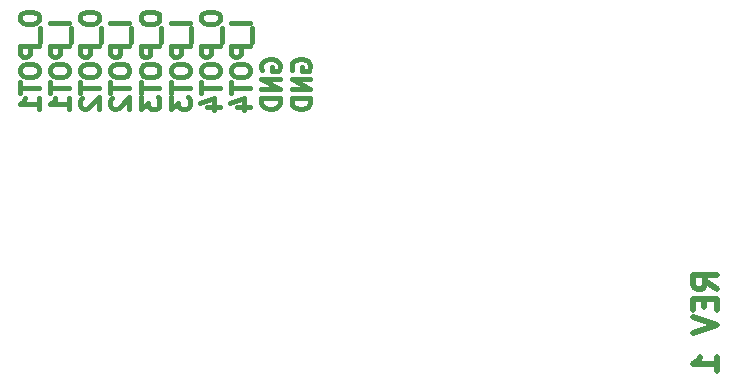
<source format=gbo>
%TF.GenerationSoftware,KiCad,Pcbnew,(6.0.1)*%
%TF.CreationDate,2022-10-05T12:18:40-04:00*%
%TF.ProjectId,MOD-VOL-POTS,4d4f442d-564f-44c2-9d50-4f54532e6b69,rev?*%
%TF.SameCoordinates,Original*%
%TF.FileFunction,Legend,Bot*%
%TF.FilePolarity,Positive*%
%FSLAX46Y46*%
G04 Gerber Fmt 4.6, Leading zero omitted, Abs format (unit mm)*
G04 Created by KiCad (PCBNEW (6.0.1)) date 2022-10-05 12:18:40*
%MOMM*%
%LPD*%
G01*
G04 APERTURE LIST*
%ADD10C,0.500000*%
%ADD11C,0.396875*%
G04 APERTURE END LIST*
D10*
X186705761Y-64325857D02*
X185753380Y-63659190D01*
X186705761Y-63183000D02*
X184705761Y-63183000D01*
X184705761Y-63944904D01*
X184801000Y-64135380D01*
X184896238Y-64230619D01*
X185086714Y-64325857D01*
X185372428Y-64325857D01*
X185562904Y-64230619D01*
X185658142Y-64135380D01*
X185753380Y-63944904D01*
X185753380Y-63183000D01*
X185658142Y-65183000D02*
X185658142Y-65849666D01*
X186705761Y-66135380D02*
X186705761Y-65183000D01*
X184705761Y-65183000D01*
X184705761Y-66135380D01*
X184705761Y-66706809D02*
X186705761Y-67373476D01*
X184705761Y-68040142D01*
X186705761Y-71278238D02*
X186705761Y-70135380D01*
X186705761Y-70706809D02*
X184705761Y-70706809D01*
X184991476Y-70516333D01*
X185181952Y-70325857D01*
X185277190Y-70135380D01*
D11*
X127710217Y-41234745D02*
X127710217Y-41537126D01*
X127785813Y-41688316D01*
X127937003Y-41839507D01*
X128239384Y-41915102D01*
X128768551Y-41915102D01*
X129070932Y-41839507D01*
X129222122Y-41688316D01*
X129297717Y-41537126D01*
X129297717Y-41234745D01*
X129222122Y-41083555D01*
X129070932Y-40932364D01*
X128768551Y-40856769D01*
X128239384Y-40856769D01*
X127937003Y-40932364D01*
X127785813Y-41083555D01*
X127710217Y-41234745D01*
X129448908Y-42217483D02*
X129448908Y-43427007D01*
X129297717Y-43804983D02*
X127710217Y-43804983D01*
X127710217Y-44409745D01*
X127785813Y-44560936D01*
X127861408Y-44636531D01*
X128012598Y-44712126D01*
X128239384Y-44712126D01*
X128390574Y-44636531D01*
X128466170Y-44560936D01*
X128541765Y-44409745D01*
X128541765Y-43804983D01*
X127710217Y-45694864D02*
X127710217Y-45997245D01*
X127785813Y-46148436D01*
X127937003Y-46299626D01*
X128239384Y-46375221D01*
X128768551Y-46375221D01*
X129070932Y-46299626D01*
X129222122Y-46148436D01*
X129297717Y-45997245D01*
X129297717Y-45694864D01*
X129222122Y-45543674D01*
X129070932Y-45392483D01*
X128768551Y-45316888D01*
X128239384Y-45316888D01*
X127937003Y-45392483D01*
X127785813Y-45543674D01*
X127710217Y-45694864D01*
X127710217Y-46828793D02*
X127710217Y-47735936D01*
X129297717Y-47282364D02*
X127710217Y-47282364D01*
X129297717Y-49096650D02*
X129297717Y-48189507D01*
X129297717Y-48643078D02*
X127710217Y-48643078D01*
X127937003Y-48491888D01*
X128088193Y-48340697D01*
X128163789Y-48189507D01*
X131853592Y-41839507D02*
X130266092Y-41839507D01*
X132004783Y-42217483D02*
X132004783Y-43427007D01*
X131853592Y-43804983D02*
X130266092Y-43804983D01*
X130266092Y-44409745D01*
X130341688Y-44560936D01*
X130417283Y-44636531D01*
X130568473Y-44712126D01*
X130795259Y-44712126D01*
X130946449Y-44636531D01*
X131022045Y-44560936D01*
X131097640Y-44409745D01*
X131097640Y-43804983D01*
X130266092Y-45694864D02*
X130266092Y-45997245D01*
X130341688Y-46148436D01*
X130492878Y-46299626D01*
X130795259Y-46375221D01*
X131324426Y-46375221D01*
X131626807Y-46299626D01*
X131777997Y-46148436D01*
X131853592Y-45997245D01*
X131853592Y-45694864D01*
X131777997Y-45543674D01*
X131626807Y-45392483D01*
X131324426Y-45316888D01*
X130795259Y-45316888D01*
X130492878Y-45392483D01*
X130341688Y-45543674D01*
X130266092Y-45694864D01*
X130266092Y-46828793D02*
X130266092Y-47735936D01*
X131853592Y-47282364D02*
X130266092Y-47282364D01*
X131853592Y-49096650D02*
X131853592Y-48189507D01*
X131853592Y-48643078D02*
X130266092Y-48643078D01*
X130492878Y-48491888D01*
X130644068Y-48340697D01*
X130719664Y-48189507D01*
X132821967Y-41234745D02*
X132821967Y-41537126D01*
X132897563Y-41688316D01*
X133048753Y-41839507D01*
X133351134Y-41915102D01*
X133880301Y-41915102D01*
X134182682Y-41839507D01*
X134333872Y-41688316D01*
X134409467Y-41537126D01*
X134409467Y-41234745D01*
X134333872Y-41083555D01*
X134182682Y-40932364D01*
X133880301Y-40856769D01*
X133351134Y-40856769D01*
X133048753Y-40932364D01*
X132897563Y-41083555D01*
X132821967Y-41234745D01*
X134560658Y-42217483D02*
X134560658Y-43427007D01*
X134409467Y-43804983D02*
X132821967Y-43804983D01*
X132821967Y-44409745D01*
X132897563Y-44560936D01*
X132973158Y-44636531D01*
X133124348Y-44712126D01*
X133351134Y-44712126D01*
X133502324Y-44636531D01*
X133577920Y-44560936D01*
X133653515Y-44409745D01*
X133653515Y-43804983D01*
X132821967Y-45694864D02*
X132821967Y-45997245D01*
X132897563Y-46148436D01*
X133048753Y-46299626D01*
X133351134Y-46375221D01*
X133880301Y-46375221D01*
X134182682Y-46299626D01*
X134333872Y-46148436D01*
X134409467Y-45997245D01*
X134409467Y-45694864D01*
X134333872Y-45543674D01*
X134182682Y-45392483D01*
X133880301Y-45316888D01*
X133351134Y-45316888D01*
X133048753Y-45392483D01*
X132897563Y-45543674D01*
X132821967Y-45694864D01*
X132821967Y-46828793D02*
X132821967Y-47735936D01*
X134409467Y-47282364D02*
X132821967Y-47282364D01*
X132973158Y-48189507D02*
X132897563Y-48265102D01*
X132821967Y-48416293D01*
X132821967Y-48794269D01*
X132897563Y-48945459D01*
X132973158Y-49021055D01*
X133124348Y-49096650D01*
X133275539Y-49096650D01*
X133502324Y-49021055D01*
X134409467Y-48113912D01*
X134409467Y-49096650D01*
X136965342Y-41839507D02*
X135377842Y-41839507D01*
X137116533Y-42217483D02*
X137116533Y-43427007D01*
X136965342Y-43804983D02*
X135377842Y-43804983D01*
X135377842Y-44409745D01*
X135453438Y-44560936D01*
X135529033Y-44636531D01*
X135680223Y-44712126D01*
X135907009Y-44712126D01*
X136058199Y-44636531D01*
X136133795Y-44560936D01*
X136209390Y-44409745D01*
X136209390Y-43804983D01*
X135377842Y-45694864D02*
X135377842Y-45997245D01*
X135453438Y-46148436D01*
X135604628Y-46299626D01*
X135907009Y-46375221D01*
X136436176Y-46375221D01*
X136738557Y-46299626D01*
X136889747Y-46148436D01*
X136965342Y-45997245D01*
X136965342Y-45694864D01*
X136889747Y-45543674D01*
X136738557Y-45392483D01*
X136436176Y-45316888D01*
X135907009Y-45316888D01*
X135604628Y-45392483D01*
X135453438Y-45543674D01*
X135377842Y-45694864D01*
X135377842Y-46828793D02*
X135377842Y-47735936D01*
X136965342Y-47282364D02*
X135377842Y-47282364D01*
X135529033Y-48189507D02*
X135453438Y-48265102D01*
X135377842Y-48416293D01*
X135377842Y-48794269D01*
X135453438Y-48945459D01*
X135529033Y-49021055D01*
X135680223Y-49096650D01*
X135831414Y-49096650D01*
X136058199Y-49021055D01*
X136965342Y-48113912D01*
X136965342Y-49096650D01*
X137933717Y-41234745D02*
X137933717Y-41537126D01*
X138009313Y-41688316D01*
X138160503Y-41839507D01*
X138462884Y-41915102D01*
X138992051Y-41915102D01*
X139294432Y-41839507D01*
X139445622Y-41688316D01*
X139521217Y-41537126D01*
X139521217Y-41234745D01*
X139445622Y-41083555D01*
X139294432Y-40932364D01*
X138992051Y-40856769D01*
X138462884Y-40856769D01*
X138160503Y-40932364D01*
X138009313Y-41083555D01*
X137933717Y-41234745D01*
X139672408Y-42217483D02*
X139672408Y-43427007D01*
X139521217Y-43804983D02*
X137933717Y-43804983D01*
X137933717Y-44409745D01*
X138009313Y-44560936D01*
X138084908Y-44636531D01*
X138236098Y-44712126D01*
X138462884Y-44712126D01*
X138614074Y-44636531D01*
X138689670Y-44560936D01*
X138765265Y-44409745D01*
X138765265Y-43804983D01*
X137933717Y-45694864D02*
X137933717Y-45997245D01*
X138009313Y-46148436D01*
X138160503Y-46299626D01*
X138462884Y-46375221D01*
X138992051Y-46375221D01*
X139294432Y-46299626D01*
X139445622Y-46148436D01*
X139521217Y-45997245D01*
X139521217Y-45694864D01*
X139445622Y-45543674D01*
X139294432Y-45392483D01*
X138992051Y-45316888D01*
X138462884Y-45316888D01*
X138160503Y-45392483D01*
X138009313Y-45543674D01*
X137933717Y-45694864D01*
X137933717Y-46828793D02*
X137933717Y-47735936D01*
X139521217Y-47282364D02*
X137933717Y-47282364D01*
X137933717Y-48113912D02*
X137933717Y-49096650D01*
X138538479Y-48567483D01*
X138538479Y-48794269D01*
X138614074Y-48945459D01*
X138689670Y-49021055D01*
X138840860Y-49096650D01*
X139218836Y-49096650D01*
X139370027Y-49021055D01*
X139445622Y-48945459D01*
X139521217Y-48794269D01*
X139521217Y-48340697D01*
X139445622Y-48189507D01*
X139370027Y-48113912D01*
X142077092Y-41839507D02*
X140489592Y-41839507D01*
X142228283Y-42217483D02*
X142228283Y-43427007D01*
X142077092Y-43804983D02*
X140489592Y-43804983D01*
X140489592Y-44409745D01*
X140565188Y-44560936D01*
X140640783Y-44636531D01*
X140791973Y-44712126D01*
X141018759Y-44712126D01*
X141169949Y-44636531D01*
X141245545Y-44560936D01*
X141321140Y-44409745D01*
X141321140Y-43804983D01*
X140489592Y-45694864D02*
X140489592Y-45997245D01*
X140565188Y-46148436D01*
X140716378Y-46299626D01*
X141018759Y-46375221D01*
X141547926Y-46375221D01*
X141850307Y-46299626D01*
X142001497Y-46148436D01*
X142077092Y-45997245D01*
X142077092Y-45694864D01*
X142001497Y-45543674D01*
X141850307Y-45392483D01*
X141547926Y-45316888D01*
X141018759Y-45316888D01*
X140716378Y-45392483D01*
X140565188Y-45543674D01*
X140489592Y-45694864D01*
X140489592Y-46828793D02*
X140489592Y-47735936D01*
X142077092Y-47282364D02*
X140489592Y-47282364D01*
X140489592Y-48113912D02*
X140489592Y-49096650D01*
X141094354Y-48567483D01*
X141094354Y-48794269D01*
X141169949Y-48945459D01*
X141245545Y-49021055D01*
X141396735Y-49096650D01*
X141774711Y-49096650D01*
X141925902Y-49021055D01*
X142001497Y-48945459D01*
X142077092Y-48794269D01*
X142077092Y-48340697D01*
X142001497Y-48189507D01*
X141925902Y-48113912D01*
X143045467Y-41234745D02*
X143045467Y-41537126D01*
X143121063Y-41688316D01*
X143272253Y-41839507D01*
X143574634Y-41915102D01*
X144103801Y-41915102D01*
X144406182Y-41839507D01*
X144557372Y-41688316D01*
X144632967Y-41537126D01*
X144632967Y-41234745D01*
X144557372Y-41083555D01*
X144406182Y-40932364D01*
X144103801Y-40856769D01*
X143574634Y-40856769D01*
X143272253Y-40932364D01*
X143121063Y-41083555D01*
X143045467Y-41234745D01*
X144784158Y-42217483D02*
X144784158Y-43427007D01*
X144632967Y-43804983D02*
X143045467Y-43804983D01*
X143045467Y-44409745D01*
X143121063Y-44560936D01*
X143196658Y-44636531D01*
X143347848Y-44712126D01*
X143574634Y-44712126D01*
X143725824Y-44636531D01*
X143801420Y-44560936D01*
X143877015Y-44409745D01*
X143877015Y-43804983D01*
X143045467Y-45694864D02*
X143045467Y-45997245D01*
X143121063Y-46148436D01*
X143272253Y-46299626D01*
X143574634Y-46375221D01*
X144103801Y-46375221D01*
X144406182Y-46299626D01*
X144557372Y-46148436D01*
X144632967Y-45997245D01*
X144632967Y-45694864D01*
X144557372Y-45543674D01*
X144406182Y-45392483D01*
X144103801Y-45316888D01*
X143574634Y-45316888D01*
X143272253Y-45392483D01*
X143121063Y-45543674D01*
X143045467Y-45694864D01*
X143045467Y-46828793D02*
X143045467Y-47735936D01*
X144632967Y-47282364D02*
X143045467Y-47282364D01*
X143574634Y-48945459D02*
X144632967Y-48945459D01*
X142969872Y-48567483D02*
X144103801Y-48189507D01*
X144103801Y-49172245D01*
X147188842Y-41839507D02*
X145601342Y-41839507D01*
X147340033Y-42217483D02*
X147340033Y-43427007D01*
X147188842Y-43804983D02*
X145601342Y-43804983D01*
X145601342Y-44409745D01*
X145676938Y-44560936D01*
X145752533Y-44636531D01*
X145903723Y-44712126D01*
X146130509Y-44712126D01*
X146281699Y-44636531D01*
X146357295Y-44560936D01*
X146432890Y-44409745D01*
X146432890Y-43804983D01*
X145601342Y-45694864D02*
X145601342Y-45997245D01*
X145676938Y-46148436D01*
X145828128Y-46299626D01*
X146130509Y-46375221D01*
X146659676Y-46375221D01*
X146962057Y-46299626D01*
X147113247Y-46148436D01*
X147188842Y-45997245D01*
X147188842Y-45694864D01*
X147113247Y-45543674D01*
X146962057Y-45392483D01*
X146659676Y-45316888D01*
X146130509Y-45316888D01*
X145828128Y-45392483D01*
X145676938Y-45543674D01*
X145601342Y-45694864D01*
X145601342Y-46828793D02*
X145601342Y-47735936D01*
X147188842Y-47282364D02*
X145601342Y-47282364D01*
X146130509Y-48945459D02*
X147188842Y-48945459D01*
X145525747Y-48567483D02*
X146659676Y-48189507D01*
X146659676Y-49172245D01*
X148232813Y-45770459D02*
X148157217Y-45619269D01*
X148157217Y-45392483D01*
X148232813Y-45165697D01*
X148384003Y-45014507D01*
X148535193Y-44938912D01*
X148837574Y-44863316D01*
X149064360Y-44863316D01*
X149366741Y-44938912D01*
X149517932Y-45014507D01*
X149669122Y-45165697D01*
X149744717Y-45392483D01*
X149744717Y-45543674D01*
X149669122Y-45770459D01*
X149593527Y-45846055D01*
X149064360Y-45846055D01*
X149064360Y-45543674D01*
X149744717Y-46526412D02*
X148157217Y-46526412D01*
X149744717Y-47433555D01*
X148157217Y-47433555D01*
X149744717Y-48189507D02*
X148157217Y-48189507D01*
X148157217Y-48567483D01*
X148232813Y-48794269D01*
X148384003Y-48945459D01*
X148535193Y-49021055D01*
X148837574Y-49096650D01*
X149064360Y-49096650D01*
X149366741Y-49021055D01*
X149517932Y-48945459D01*
X149669122Y-48794269D01*
X149744717Y-48567483D01*
X149744717Y-48189507D01*
X150788688Y-45770459D02*
X150713092Y-45619269D01*
X150713092Y-45392483D01*
X150788688Y-45165697D01*
X150939878Y-45014507D01*
X151091068Y-44938912D01*
X151393449Y-44863316D01*
X151620235Y-44863316D01*
X151922616Y-44938912D01*
X152073807Y-45014507D01*
X152224997Y-45165697D01*
X152300592Y-45392483D01*
X152300592Y-45543674D01*
X152224997Y-45770459D01*
X152149402Y-45846055D01*
X151620235Y-45846055D01*
X151620235Y-45543674D01*
X152300592Y-46526412D02*
X150713092Y-46526412D01*
X152300592Y-47433555D01*
X150713092Y-47433555D01*
X152300592Y-48189507D02*
X150713092Y-48189507D01*
X150713092Y-48567483D01*
X150788688Y-48794269D01*
X150939878Y-48945459D01*
X151091068Y-49021055D01*
X151393449Y-49096650D01*
X151620235Y-49096650D01*
X151922616Y-49021055D01*
X152073807Y-48945459D01*
X152224997Y-48794269D01*
X152300592Y-48567483D01*
X152300592Y-48189507D01*
M02*

</source>
